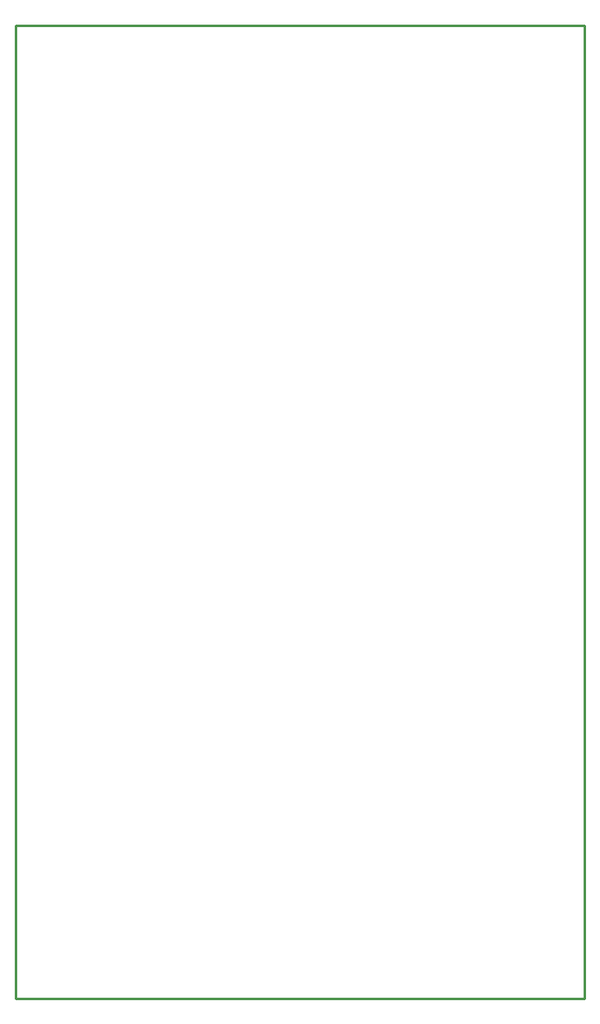
<source format=gm1>
%FSLAX44Y44*%
%MOMM*%
G71*
G01*
G75*
G04 Layer_Color=16711935*
%ADD10R,3.5000X0.7500*%
%ADD11O,1.5500X0.6000*%
%ADD12R,1.5500X0.6000*%
G04:AMPARAMS|DCode=13|XSize=2mm|YSize=1mm|CornerRadius=0.25mm|HoleSize=0mm|Usage=FLASHONLY|Rotation=90.000|XOffset=0mm|YOffset=0mm|HoleType=Round|Shape=RoundedRectangle|*
%AMROUNDEDRECTD13*
21,1,2.0000,0.5000,0,0,90.0*
21,1,1.5000,1.0000,0,0,90.0*
1,1,0.5000,0.2500,0.7500*
1,1,0.5000,0.2500,-0.7500*
1,1,0.5000,-0.2500,-0.7500*
1,1,0.5000,-0.2500,0.7500*
%
%ADD13ROUNDEDRECTD13*%
%ADD14R,1.0000X2.0000*%
%ADD15R,0.9000X2.0000*%
%ADD16R,2.0000X0.7000*%
%ADD17R,2.0000X0.8000*%
%ADD18R,1.2500X1.2500*%
%ADD19R,1.2500X1.2500*%
%ADD20R,0.6000X2.0000*%
%ADD21R,0.6000X1.5000*%
%ADD22R,1.4000X1.0000*%
%ADD23R,2.5000X1.7000*%
%ADD24R,3.0000X1.6000*%
%ADD25O,1.4500X0.4000*%
%ADD26R,1.4500X0.4000*%
%ADD27R,0.7200X1.7800*%
%ADD28O,0.7200X1.7800*%
%ADD29R,2.1590X2.7430*%
%ADD30C,0.7000*%
%ADD31C,1.5000*%
%ADD32C,0.3000*%
%ADD33C,0.5000*%
%ADD34C,0.4000*%
%ADD35C,1.5000*%
%ADD36R,1.8500X1.8500*%
%ADD37C,1.8500*%
%ADD38R,1.8500X1.8500*%
%ADD39R,1.5000X0.9000*%
%ADD40O,1.5000X0.9000*%
%ADD41R,2.0000X2.0000*%
%ADD42C,2.0000*%
%ADD43R,2.0000X2.0000*%
%ADD44C,1.5240*%
%ADD45R,1.5240X1.5240*%
%ADD46R,1.5000X1.5000*%
%ADD47R,1.5240X1.5240*%
%ADD48C,1.2700*%
%ADD49C,1.0000*%
%ADD50C,0.7000*%
%ADD51C,0.2000*%
%ADD52C,0.2540*%
%ADD53C,0.2500*%
%ADD54C,0.2560*%
%ADD55C,0.1500*%
%ADD56R,3.7032X0.9532*%
%ADD57O,1.7532X0.8032*%
%ADD58R,1.7532X0.8032*%
G04:AMPARAMS|DCode=59|XSize=2.2032mm|YSize=1.2032mm|CornerRadius=0.3516mm|HoleSize=0mm|Usage=FLASHONLY|Rotation=90.000|XOffset=0mm|YOffset=0mm|HoleType=Round|Shape=RoundedRectangle|*
%AMROUNDEDRECTD59*
21,1,2.2032,0.5000,0,0,90.0*
21,1,1.5000,1.2032,0,0,90.0*
1,1,0.7032,0.2500,0.7500*
1,1,0.7032,0.2500,-0.7500*
1,1,0.7032,-0.2500,-0.7500*
1,1,0.7032,-0.2500,0.7500*
%
%ADD59ROUNDEDRECTD59*%
%ADD60R,1.2032X2.2032*%
%ADD61R,1.1032X2.2032*%
%ADD62R,2.2032X0.9032*%
%ADD63R,2.2032X1.0032*%
%ADD64R,1.4532X1.4532*%
%ADD65R,1.4532X1.4532*%
%ADD66R,0.8032X2.2032*%
%ADD67R,0.8032X1.7032*%
%ADD68R,1.6032X1.2032*%
%ADD69R,2.7032X1.9032*%
%ADD70R,3.2032X1.8032*%
%ADD71O,1.6532X0.6032*%
%ADD72R,1.6532X0.6032*%
%ADD73R,0.9232X1.9832*%
%ADD74O,0.9232X1.9832*%
%ADD75R,2.3622X2.9462*%
%ADD76C,1.7032*%
%ADD77R,2.0532X2.0532*%
%ADD78C,2.0532*%
%ADD79R,2.0532X2.0532*%
%ADD80R,1.7032X1.1032*%
%ADD81O,1.7032X1.1032*%
%ADD82R,2.2032X2.2032*%
%ADD83C,2.2032*%
%ADD84R,2.2032X2.2032*%
%ADD85C,1.7272*%
%ADD86R,1.7272X1.7272*%
%ADD87R,1.7032X1.7032*%
%ADD88R,1.7272X1.7272*%
%ADD89C,0.2032*%
%ADD90C,1.4732*%
%ADD91C,1.2032*%
%ADD92C,0.9032*%
%ADD93R,2.4000X2.2000*%
%ADD94R,2.1000X2.3000*%
%ADD95R,2.9000X3.6000*%
D52*
X251460Y1276350D02*
X838200D01*
X251460Y273050D02*
Y1276350D01*
X838200Y273050D02*
Y1276350D01*
X251460Y273050D02*
X838200D01*
M02*

</source>
